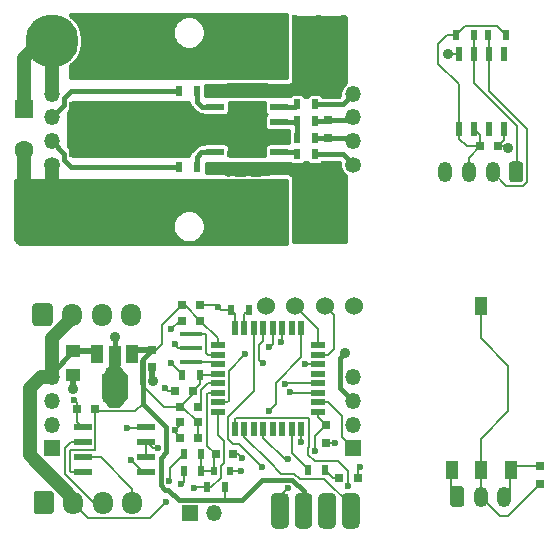
<source format=gtl>
G04 #@! TF.GenerationSoftware,KiCad,Pcbnew,(5.1.9)-1*
G04 #@! TF.CreationDate,2021-05-05T15:37:49+09:00*
G04 #@! TF.ProjectId,FreeServoProject,46726565-5365-4727-966f-50726f6a6563,rev?*
G04 #@! TF.SameCoordinates,Original*
G04 #@! TF.FileFunction,Copper,L1,Top*
G04 #@! TF.FilePolarity,Positive*
%FSLAX46Y46*%
G04 Gerber Fmt 4.6, Leading zero omitted, Abs format (unit mm)*
G04 Created by KiCad (PCBNEW (5.1.9)-1) date 2021-05-05 15:37:49*
%MOMM*%
%LPD*%
G01*
G04 APERTURE LIST*
G04 #@! TA.AperFunction,ComponentPad*
%ADD10O,1.200000X1.750000*%
G04 #@! TD*
G04 #@! TA.AperFunction,SMDPad,CuDef*
%ADD11R,1.900000X0.400000*%
G04 #@! TD*
G04 #@! TA.AperFunction,ComponentPad*
%ADD12O,1.700000X1.950000*%
G04 #@! TD*
G04 #@! TA.AperFunction,ComponentPad*
%ADD13R,1.350000X1.350000*%
G04 #@! TD*
G04 #@! TA.AperFunction,ComponentPad*
%ADD14O,1.350000X1.350000*%
G04 #@! TD*
G04 #@! TA.AperFunction,ComponentPad*
%ADD15C,1.350000*%
G04 #@! TD*
G04 #@! TA.AperFunction,ComponentPad*
%ADD16R,1.600000X1.600000*%
G04 #@! TD*
G04 #@! TA.AperFunction,ComponentPad*
%ADD17C,1.600000*%
G04 #@! TD*
G04 #@! TA.AperFunction,SMDPad,CuDef*
%ADD18R,2.500000X1.000000*%
G04 #@! TD*
G04 #@! TA.AperFunction,ComponentPad*
%ADD19C,4.500880*%
G04 #@! TD*
G04 #@! TA.AperFunction,SMDPad,CuDef*
%ADD20R,1.250000X1.000000*%
G04 #@! TD*
G04 #@! TA.AperFunction,SMDPad,CuDef*
%ADD21R,0.750000X0.800000*%
G04 #@! TD*
G04 #@! TA.AperFunction,SMDPad,CuDef*
%ADD22R,0.800000X0.750000*%
G04 #@! TD*
G04 #@! TA.AperFunction,SMDPad,CuDef*
%ADD23R,0.800000X0.800000*%
G04 #@! TD*
G04 #@! TA.AperFunction,SMDPad,CuDef*
%ADD24R,0.600000X0.700000*%
G04 #@! TD*
G04 #@! TA.AperFunction,ComponentPad*
%ADD25C,1.524000*%
G04 #@! TD*
G04 #@! TA.AperFunction,SMDPad,CuDef*
%ADD26R,0.500000X0.900000*%
G04 #@! TD*
G04 #@! TA.AperFunction,SMDPad,CuDef*
%ADD27R,1.000000X1.500000*%
G04 #@! TD*
G04 #@! TA.AperFunction,SMDPad,CuDef*
%ADD28C,0.152400*%
G04 #@! TD*
G04 #@! TA.AperFunction,SMDPad,CuDef*
%ADD29R,2.200000X1.840000*%
G04 #@! TD*
G04 #@! TA.AperFunction,SMDPad,CuDef*
%ADD30R,1.000000X1.800000*%
G04 #@! TD*
G04 #@! TA.AperFunction,SMDPad,CuDef*
%ADD31R,0.600000X1.200000*%
G04 #@! TD*
G04 #@! TA.AperFunction,SMDPad,CuDef*
%ADD32R,1.200000X0.600000*%
G04 #@! TD*
G04 #@! TA.AperFunction,SMDPad,CuDef*
%ADD33R,1.500000X0.600000*%
G04 #@! TD*
G04 #@! TA.AperFunction,SMDPad,CuDef*
%ADD34R,1.550000X0.600000*%
G04 #@! TD*
G04 #@! TA.AperFunction,SMDPad,CuDef*
%ADD35R,0.508000X1.143000*%
G04 #@! TD*
G04 #@! TA.AperFunction,ViaPad*
%ADD36C,0.600000*%
G04 #@! TD*
G04 #@! TA.AperFunction,ViaPad*
%ADD37C,0.900000*%
G04 #@! TD*
G04 #@! TA.AperFunction,Conductor*
%ADD38C,0.200000*%
G04 #@! TD*
G04 #@! TA.AperFunction,Conductor*
%ADD39C,0.400000*%
G04 #@! TD*
G04 #@! TA.AperFunction,Conductor*
%ADD40C,1.200000*%
G04 #@! TD*
G04 #@! TA.AperFunction,Conductor*
%ADD41C,0.500000*%
G04 #@! TD*
G04 #@! TA.AperFunction,Conductor*
%ADD42C,0.254000*%
G04 #@! TD*
G04 #@! TA.AperFunction,Conductor*
%ADD43C,0.152400*%
G04 #@! TD*
G04 APERTURE END LIST*
D10*
X151700000Y-69600000D03*
X153700000Y-69600000D03*
X155700000Y-69600000D03*
G04 #@! TA.AperFunction,ComponentPad*
G36*
G01*
X158300000Y-68974999D02*
X158300000Y-70225001D01*
G75*
G02*
X158050001Y-70475000I-249999J0D01*
G01*
X157349999Y-70475000D01*
G75*
G02*
X157100000Y-70225001I0J249999D01*
G01*
X157100000Y-68974999D01*
G75*
G02*
X157349999Y-68725000I249999J0D01*
G01*
X158050001Y-68725000D01*
G75*
G02*
X158300000Y-68974999I0J-249999D01*
G01*
G37*
G04 #@! TD.AperFunction*
X156700000Y-97100000D03*
X154700000Y-97100000D03*
G04 #@! TA.AperFunction,ComponentPad*
G36*
G01*
X152100000Y-97725001D02*
X152100000Y-96474999D01*
G75*
G02*
X152349999Y-96225000I249999J0D01*
G01*
X153050001Y-96225000D01*
G75*
G02*
X153300000Y-96474999I0J-249999D01*
G01*
X153300000Y-97725001D01*
G75*
G02*
X153050001Y-97975000I-249999J0D01*
G01*
X152349999Y-97975000D01*
G75*
G02*
X152100000Y-97725001I0J249999D01*
G01*
G37*
G04 #@! TD.AperFunction*
G04 #@! TA.AperFunction,SMDPad,CuDef*
G36*
G01*
X142950000Y-99425000D02*
X142950000Y-97175000D01*
G75*
G02*
X143325000Y-96800000I375000J0D01*
G01*
X144075000Y-96800000D01*
G75*
G02*
X144450000Y-97175000I0J-375000D01*
G01*
X144450000Y-99425000D01*
G75*
G02*
X144075000Y-99800000I-375000J0D01*
G01*
X143325000Y-99800000D01*
G75*
G02*
X142950000Y-99425000I0J375000D01*
G01*
G37*
G04 #@! TD.AperFunction*
G04 #@! TA.AperFunction,SMDPad,CuDef*
G36*
G01*
X140950000Y-99425000D02*
X140950000Y-97175000D01*
G75*
G02*
X141325000Y-96800000I375000J0D01*
G01*
X142075000Y-96800000D01*
G75*
G02*
X142450000Y-97175000I0J-375000D01*
G01*
X142450000Y-99425000D01*
G75*
G02*
X142075000Y-99800000I-375000J0D01*
G01*
X141325000Y-99800000D01*
G75*
G02*
X140950000Y-99425000I0J375000D01*
G01*
G37*
G04 #@! TD.AperFunction*
G04 #@! TA.AperFunction,SMDPad,CuDef*
G36*
G01*
X138950000Y-99425000D02*
X138950000Y-97175000D01*
G75*
G02*
X139325000Y-96800000I375000J0D01*
G01*
X140075000Y-96800000D01*
G75*
G02*
X140450000Y-97175000I0J-375000D01*
G01*
X140450000Y-99425000D01*
G75*
G02*
X140075000Y-99800000I-375000J0D01*
G01*
X139325000Y-99800000D01*
G75*
G02*
X138950000Y-99425000I0J375000D01*
G01*
G37*
G04 #@! TD.AperFunction*
G04 #@! TA.AperFunction,SMDPad,CuDef*
G36*
G01*
X136950000Y-99425000D02*
X136950000Y-97175000D01*
G75*
G02*
X137325000Y-96800000I375000J0D01*
G01*
X138075000Y-96800000D01*
G75*
G02*
X138450000Y-97175000I0J-375000D01*
G01*
X138450000Y-99425000D01*
G75*
G02*
X138075000Y-99800000I-375000J0D01*
G01*
X137325000Y-99800000D01*
G75*
G02*
X136950000Y-99425000I0J375000D01*
G01*
G37*
G04 #@! TD.AperFunction*
D11*
X130200000Y-83300000D03*
X130200000Y-84500000D03*
X130200000Y-85700000D03*
D12*
X125100000Y-81700000D03*
X122600000Y-81700000D03*
X120100000Y-81700000D03*
G04 #@! TA.AperFunction,ComponentPad*
G36*
G01*
X116750000Y-82425000D02*
X116750000Y-80975000D01*
G75*
G02*
X117000000Y-80725000I250000J0D01*
G01*
X118200000Y-80725000D01*
G75*
G02*
X118450000Y-80975000I0J-250000D01*
G01*
X118450000Y-82425000D01*
G75*
G02*
X118200000Y-82675000I-250000J0D01*
G01*
X117000000Y-82675000D01*
G75*
G02*
X116750000Y-82425000I0J250000D01*
G01*
G37*
G04 #@! TD.AperFunction*
D13*
X143900000Y-93000000D03*
D14*
X143900000Y-91000000D03*
X143900000Y-89000000D03*
X143900000Y-87000000D03*
D13*
X118400000Y-93000000D03*
D14*
X118400000Y-91000000D03*
X118400000Y-89000000D03*
X118400000Y-87000000D03*
D15*
X143900000Y-69000000D03*
D14*
X143900000Y-67000000D03*
X143900000Y-65000000D03*
X143900000Y-63000000D03*
D15*
X118400000Y-69000000D03*
D14*
X118400000Y-67000000D03*
X118400000Y-65000000D03*
X118400000Y-63000000D03*
D16*
X116000000Y-64250000D03*
D17*
X116000000Y-67750000D03*
D18*
X124100000Y-67800000D03*
X124100000Y-70800000D03*
D19*
X118400000Y-73500000D03*
X118400000Y-58500000D03*
X141000000Y-72300000D03*
X141000000Y-59700000D03*
D13*
X130100000Y-98500000D03*
D14*
X132100000Y-98500000D03*
D20*
X120200000Y-84800000D03*
X120200000Y-86800000D03*
D18*
X121100000Y-67800000D03*
X121100000Y-70800000D03*
X127100000Y-67800000D03*
X127100000Y-70800000D03*
X121100000Y-64200000D03*
X121100000Y-61200000D03*
X124100000Y-64200000D03*
X124100000Y-61200000D03*
X127100000Y-64200000D03*
X127100000Y-61200000D03*
D21*
X126900000Y-84650000D03*
X126900000Y-86150000D03*
D22*
X129450000Y-80900000D03*
X130950000Y-80900000D03*
X130950000Y-82200000D03*
X129450000Y-82200000D03*
D21*
X141600000Y-92550000D03*
X141600000Y-91050000D03*
D22*
X130750000Y-90800000D03*
X129250000Y-90800000D03*
X130750000Y-92100000D03*
X129250000Y-92100000D03*
X128850000Y-88200000D03*
X130350000Y-88200000D03*
X132250000Y-93500000D03*
X133750000Y-93500000D03*
D21*
X141800000Y-66750000D03*
X141800000Y-65250000D03*
D22*
X120550000Y-89700000D03*
X122050000Y-89700000D03*
X156150000Y-67450000D03*
X154650000Y-67450000D03*
D21*
X159700000Y-94550000D03*
X159700000Y-96050000D03*
D23*
X144300000Y-95500000D03*
X142700000Y-95500000D03*
D24*
X132100000Y-94900000D03*
X133500000Y-94900000D03*
D22*
X130750000Y-89500000D03*
X129250000Y-89500000D03*
D25*
X144000000Y-81000000D03*
X141500000Y-81000000D03*
X139000000Y-81000000D03*
X136500000Y-81000000D03*
G04 #@! TA.AperFunction,ComponentPad*
G36*
G01*
X116850000Y-98325000D02*
X116850000Y-96875000D01*
G75*
G02*
X117100000Y-96625000I250000J0D01*
G01*
X118300000Y-96625000D01*
G75*
G02*
X118550000Y-96875000I0J-250000D01*
G01*
X118550000Y-98325000D01*
G75*
G02*
X118300000Y-98575000I-250000J0D01*
G01*
X117100000Y-98575000D01*
G75*
G02*
X116850000Y-98325000I0J250000D01*
G01*
G37*
G04 #@! TD.AperFunction*
D12*
X120200000Y-97600000D03*
X122700000Y-97600000D03*
X125200000Y-97600000D03*
D26*
X133550000Y-81300000D03*
X135050000Y-81300000D03*
X141550000Y-94850000D03*
X140050000Y-94850000D03*
X129550000Y-93500000D03*
X131050000Y-93500000D03*
X131050000Y-94900000D03*
X129550000Y-94900000D03*
X130650000Y-62800000D03*
X129150000Y-62800000D03*
X140650000Y-63900000D03*
X139150000Y-63900000D03*
X140650000Y-66700000D03*
X139150000Y-66700000D03*
X140650000Y-65300000D03*
X139150000Y-65300000D03*
X129150000Y-69200000D03*
X130650000Y-69200000D03*
X139150000Y-68100000D03*
X140650000Y-68100000D03*
X133050000Y-96300000D03*
X131550000Y-96300000D03*
X155350000Y-58000000D03*
X156850000Y-58000000D03*
X152600000Y-58000000D03*
X154100000Y-58000000D03*
D27*
X152250000Y-94850000D03*
X154750000Y-94850000D03*
X157250000Y-94850000D03*
X154750000Y-80950000D03*
G04 #@! TA.AperFunction,SMDPad,CuDef*
D28*
G36*
X122600000Y-86923800D02*
G01*
X123300000Y-85923800D01*
X124100000Y-85923800D01*
X124800000Y-86923800D01*
X122600000Y-86923800D01*
G37*
G04 #@! TD.AperFunction*
D29*
X123700000Y-87833500D03*
D27*
X122200000Y-85020000D03*
D30*
X123700000Y-85166500D03*
D27*
X125200000Y-85020000D03*
G04 #@! TA.AperFunction,SMDPad,CuDef*
D28*
G36*
X124800000Y-88742000D02*
G01*
X124200000Y-89592000D01*
X123200000Y-89592000D01*
X122600000Y-88742000D01*
X124800000Y-88742000D01*
G37*
G04 #@! TD.AperFunction*
D31*
X133900000Y-82850000D03*
X134700000Y-82850000D03*
X135500000Y-82850000D03*
X136300000Y-82850000D03*
X137100000Y-82850000D03*
X137900000Y-82850000D03*
X138700000Y-82850000D03*
X139500000Y-82850000D03*
D32*
X140950000Y-84300000D03*
X140950000Y-85100000D03*
X140950000Y-85900000D03*
X140950000Y-86700000D03*
X140950000Y-87500000D03*
X140950000Y-88300000D03*
X140950000Y-89100000D03*
X140950000Y-89900000D03*
D31*
X139500000Y-91350000D03*
X138700000Y-91350000D03*
X137900000Y-91350000D03*
X137100000Y-91350000D03*
X136300000Y-91350000D03*
X135500000Y-91350000D03*
X134700000Y-91350000D03*
X133900000Y-91350000D03*
D32*
X132450000Y-89900000D03*
X132450000Y-89100000D03*
X132450000Y-88300000D03*
X132450000Y-87500000D03*
X132450000Y-86700000D03*
X132450000Y-85900000D03*
X132450000Y-85100000D03*
X132450000Y-84300000D03*
D33*
X137600000Y-61555000D03*
X137600000Y-62825000D03*
X137600000Y-64095000D03*
X137600000Y-65365000D03*
X137600000Y-66635000D03*
X137600000Y-67905000D03*
X137600000Y-69175000D03*
X137600000Y-70445000D03*
X132200000Y-70445000D03*
X132200000Y-69175000D03*
X132200000Y-67905000D03*
X132200000Y-66635000D03*
X132200000Y-65365000D03*
X132200000Y-64095000D03*
X132200000Y-62825000D03*
X132200000Y-61555000D03*
D34*
X121000000Y-95005000D03*
X121000000Y-93735000D03*
X121000000Y-92465000D03*
X121000000Y-91195000D03*
X126400000Y-91195000D03*
X126400000Y-92465000D03*
X126400000Y-93735000D03*
X126400000Y-95005000D03*
D35*
X152845000Y-65975000D03*
X154115000Y-65975000D03*
X155385000Y-65975000D03*
X156655000Y-65975000D03*
X156655000Y-59625000D03*
X155385000Y-59625000D03*
X154115000Y-59625000D03*
X152845000Y-59625000D03*
D26*
X130950000Y-86800000D03*
X129450000Y-86800000D03*
D36*
X128500000Y-85800000D03*
X124150000Y-86500000D03*
X123250000Y-86500000D03*
X122900000Y-87000000D03*
X124500000Y-87000000D03*
X124400000Y-88800000D03*
X123000000Y-88800000D03*
X124000000Y-89250000D03*
X123400000Y-89250000D03*
D37*
X141700000Y-99200000D03*
X141700000Y-97300000D03*
X141700000Y-98250000D03*
D36*
X133500000Y-61500000D03*
X134900000Y-61500000D03*
X136200000Y-61500000D03*
X133500000Y-60500000D03*
X134900000Y-60500000D03*
X136300000Y-60500000D03*
X138100000Y-60500000D03*
X131500000Y-60500000D03*
X133600000Y-70500000D03*
X135000000Y-70500000D03*
X136300000Y-70500000D03*
X131600000Y-71400000D03*
X133600000Y-71400000D03*
X135000000Y-71400000D03*
X136300000Y-71400000D03*
X138100000Y-71400000D03*
X124400000Y-60200000D03*
X125100000Y-60200000D03*
X125800000Y-60200000D03*
X126500000Y-60200000D03*
X127200000Y-60200000D03*
X127900000Y-60200000D03*
X128600000Y-60200000D03*
X129300000Y-60200000D03*
X138100000Y-56550000D03*
X138100000Y-75450000D03*
X124400000Y-56550000D03*
X128800000Y-84200000D03*
D37*
X120200000Y-88000000D03*
D36*
X134400000Y-94900000D03*
X144475000Y-94600000D03*
X120250000Y-88900000D03*
X128500000Y-82950000D03*
X127950000Y-87900000D03*
X142350000Y-92550000D03*
X129332085Y-96040395D03*
D37*
X123700000Y-83600000D03*
D36*
X132417473Y-81033983D03*
X134494535Y-93805465D03*
D37*
X126950010Y-87337254D03*
D36*
X139524986Y-92458037D03*
D37*
X143250000Y-84950000D03*
X151950000Y-59600000D03*
X157050000Y-67550000D03*
D36*
X128791568Y-91466927D03*
X134750000Y-85050000D03*
X143500001Y-96200002D03*
X138350000Y-93950000D03*
X138372303Y-96352530D03*
X133600000Y-69700000D03*
X133600000Y-69000000D03*
X135000000Y-69000000D03*
X135000000Y-69700000D03*
X136300000Y-69700000D03*
X136300000Y-69000000D03*
X139000000Y-75400000D03*
X141200000Y-75400000D03*
X143100000Y-75400000D03*
X133500000Y-62300000D03*
X133500000Y-63000000D03*
X134900000Y-63000000D03*
X134900000Y-62300000D03*
X136200000Y-62300000D03*
X136200000Y-63000000D03*
X139000000Y-56600000D03*
X143100000Y-56600000D03*
X141000000Y-56600000D03*
X137800000Y-84000000D03*
X136801657Y-84449990D03*
X136261225Y-85798756D03*
X130400000Y-96350000D03*
X136149998Y-94604317D03*
X136800000Y-89849981D03*
X139797512Y-85851032D03*
X127391557Y-92999979D03*
X124750000Y-91250000D03*
X138099272Y-87549272D03*
X125100000Y-94000000D03*
X138518781Y-88230471D03*
D37*
X139700000Y-99250000D03*
X139700000Y-98300000D03*
X139700000Y-97350000D03*
D36*
X140700000Y-93250000D03*
X136200000Y-68100000D03*
X133500000Y-68100000D03*
X136200000Y-64900000D03*
X133500000Y-64900000D03*
X133500000Y-67000000D03*
X136200000Y-67000000D03*
X136200000Y-66000000D03*
X133500000Y-66000000D03*
X134900000Y-64900000D03*
X134900000Y-66000000D03*
X134900000Y-67000000D03*
X134900000Y-68100000D03*
X130900000Y-64900000D03*
X130900000Y-65900000D03*
X130900000Y-67000000D03*
X129300000Y-67000000D03*
X129300000Y-65900000D03*
X129300000Y-64900000D03*
X119900000Y-65300000D03*
X120600000Y-65300000D03*
X121300000Y-65300000D03*
X122000000Y-65300000D03*
X119900000Y-66700000D03*
X120600000Y-66700000D03*
X121300000Y-66700000D03*
X122000000Y-66700000D03*
X119900000Y-66000000D03*
X120600000Y-66000000D03*
X121300000Y-66000000D03*
X122000000Y-66000000D03*
X122700000Y-66700000D03*
X122700000Y-66000000D03*
X122700000Y-65300000D03*
X123400000Y-65300000D03*
X123400000Y-66000000D03*
X123400000Y-66700000D03*
X128300000Y-95800000D03*
X128050000Y-97550000D03*
D38*
X129450000Y-86750000D02*
X128500000Y-85800000D01*
X129450000Y-86800000D02*
X129450000Y-86750000D01*
D39*
X117300000Y-73000000D02*
X116800000Y-73500000D01*
X143500000Y-65250000D02*
X144000000Y-64750000D01*
X141750000Y-65300000D02*
X141800000Y-65250000D01*
X140650000Y-65300000D02*
X141750000Y-65300000D01*
X143650000Y-65250000D02*
X143900000Y-65000000D01*
X141800000Y-65250000D02*
X143650000Y-65250000D01*
D40*
X116000000Y-67750000D02*
X116000000Y-70300000D01*
X118400000Y-69000000D02*
X118400000Y-70300000D01*
D38*
X129100000Y-84500000D02*
X128800000Y-84200000D01*
X130200000Y-84500000D02*
X129100000Y-84500000D01*
X133900000Y-81650000D02*
X133550000Y-81300000D01*
X133900000Y-82850000D02*
X133900000Y-81650000D01*
X126900000Y-87200000D02*
X126900000Y-87200000D01*
D41*
X120200000Y-86800000D02*
X120200000Y-88000000D01*
D38*
X133500000Y-94900000D02*
X134400000Y-94900000D01*
X134400000Y-94900000D02*
X134400000Y-94900000D01*
X144300000Y-94775000D02*
X144475000Y-94600000D01*
X144300000Y-95500000D02*
X144300000Y-94775000D01*
X120550000Y-90745000D02*
X121000000Y-91195000D01*
X120550000Y-89700000D02*
X120550000Y-90745000D01*
X120550000Y-89200000D02*
X120250000Y-88900000D01*
X120550000Y-89700000D02*
X120550000Y-89200000D01*
X129250000Y-82200000D02*
X128500000Y-82950000D01*
X129450000Y-82200000D02*
X129250000Y-82200000D01*
X128850000Y-88200000D02*
X128250000Y-88200000D01*
X128250000Y-88200000D02*
X127950000Y-87900000D01*
X129099259Y-92100000D02*
X128950010Y-91950751D01*
X129250000Y-92100000D02*
X129099259Y-92100000D01*
X141525009Y-92475009D02*
X141525009Y-92410323D01*
X141600000Y-92550000D02*
X142350000Y-92550000D01*
X129550000Y-95822480D02*
X129332085Y-96040395D01*
X129550000Y-94900000D02*
X129550000Y-95822480D01*
D39*
X123700000Y-85166500D02*
X123700000Y-83600000D01*
X123700000Y-89167000D02*
X123700000Y-87833500D01*
D38*
X132283490Y-80900000D02*
X132417473Y-81033983D01*
X133550000Y-81300000D02*
X132683490Y-81300000D01*
X132683490Y-81300000D02*
X132417473Y-81033983D01*
X130950000Y-80900000D02*
X132283490Y-80900000D01*
X134189070Y-93500000D02*
X134494535Y-93805465D01*
X133750000Y-93500000D02*
X134189070Y-93500000D01*
D41*
X126900000Y-86150000D02*
X126900000Y-87287244D01*
X126900000Y-87287244D02*
X126950010Y-87337254D01*
D38*
X126800000Y-87300000D02*
X126912756Y-87300000D01*
X126912756Y-87300000D02*
X126950010Y-87337254D01*
X139500000Y-92433051D02*
X139524986Y-92458037D01*
X139500000Y-91350000D02*
X139500000Y-92433051D01*
D39*
X142824999Y-85375001D02*
X143250000Y-84950000D01*
X142824999Y-87924999D02*
X142824999Y-85375001D01*
X143900000Y-89000000D02*
X142824999Y-87924999D01*
D38*
X156655000Y-66945000D02*
X156150000Y-67450000D01*
X156655000Y-65975000D02*
X156655000Y-66945000D01*
X151975000Y-59625000D02*
X151950000Y-59600000D01*
X152845000Y-59625000D02*
X151975000Y-59625000D01*
X156950000Y-67450000D02*
X157050000Y-67550000D01*
X156150000Y-67450000D02*
X156950000Y-67450000D01*
X157200000Y-96600000D02*
X156700000Y-97100000D01*
X157200000Y-94800000D02*
X157200000Y-96600000D01*
X157450000Y-94550000D02*
X157200000Y-94800000D01*
X159700000Y-94550000D02*
X157450000Y-94550000D01*
X128791568Y-91641568D02*
X128791568Y-91466927D01*
X129250000Y-92100000D02*
X128791568Y-91641568D01*
X129250000Y-91008495D02*
X128791568Y-91466927D01*
X129250000Y-90800000D02*
X129250000Y-91008495D01*
X131549999Y-92799999D02*
X132250000Y-93500000D01*
X131549999Y-88400001D02*
X131549999Y-92799999D01*
X131650000Y-88300000D02*
X131549999Y-88400001D01*
X132450000Y-88300000D02*
X131650000Y-88300000D01*
X132100000Y-93650000D02*
X132250000Y-93500000D01*
X132100000Y-94900000D02*
X132100000Y-93650000D01*
X131050000Y-93500000D02*
X131050000Y-94900000D01*
X131050000Y-94900000D02*
X132100000Y-94900000D01*
D39*
X143500000Y-66750000D02*
X144000000Y-67250000D01*
X141750000Y-66700000D02*
X141800000Y-66750000D01*
X140650000Y-66700000D02*
X141750000Y-66700000D01*
X143650000Y-66750000D02*
X143900000Y-67000000D01*
X141800000Y-66750000D02*
X143650000Y-66750000D01*
D38*
X133250000Y-89100000D02*
X132450000Y-89100000D01*
X133250000Y-89100000D02*
X133350000Y-89000000D01*
X133350000Y-86450000D02*
X134750000Y-85050000D01*
X133350000Y-89000000D02*
X133350000Y-86450000D01*
X143500001Y-94959999D02*
X143500001Y-96200002D01*
X140040002Y-90450000D02*
X140149998Y-90559996D01*
X142640001Y-94099999D02*
X143500001Y-94959999D01*
X133900000Y-90550000D02*
X134000001Y-90449999D01*
X140099998Y-92911998D02*
X140099998Y-93538002D01*
X140149998Y-92861998D02*
X140099998Y-92911998D01*
X140149998Y-90559996D02*
X140149998Y-92861998D01*
X140661995Y-94099999D02*
X142640001Y-94099999D01*
X134000001Y-90449999D02*
X140040002Y-90450000D01*
X133900000Y-91350000D02*
X133900000Y-90550000D01*
X140099998Y-93538002D02*
X140661995Y-94099999D01*
X159700000Y-96050000D02*
X157000000Y-98750000D01*
X156350000Y-98750000D02*
X154700000Y-97100000D01*
X157000000Y-98750000D02*
X156350000Y-98750000D01*
X154700000Y-83695998D02*
X154700000Y-80900000D01*
X157050001Y-86045999D02*
X154700000Y-83695998D01*
X157050001Y-89865997D02*
X157050001Y-86045999D01*
X154700000Y-92215998D02*
X157050001Y-89865997D01*
X154700000Y-97100000D02*
X154700000Y-92215998D01*
X142200000Y-95500000D02*
X141550000Y-94850000D01*
X142700000Y-95500000D02*
X142200000Y-95500000D01*
X131050001Y-88099999D02*
X131650000Y-87500000D01*
X131050001Y-89199999D02*
X131050001Y-88099999D01*
X131650000Y-87500000D02*
X132450000Y-87500000D01*
X130750000Y-89500000D02*
X131050001Y-89199999D01*
X142261999Y-84588001D02*
X141750000Y-85100000D01*
X142261999Y-81761999D02*
X142261999Y-84588001D01*
X141750000Y-85100000D02*
X140950000Y-85100000D01*
X141500000Y-81000000D02*
X142261999Y-81761999D01*
X140950000Y-82950000D02*
X140950000Y-84300000D01*
X139000000Y-81000000D02*
X140950000Y-82950000D01*
X120025000Y-92465000D02*
X121000000Y-92465000D01*
X119524988Y-95144990D02*
X119524988Y-92965012D01*
X122700000Y-97600000D02*
X121979998Y-97600000D01*
X119524988Y-92965012D02*
X120025000Y-92465000D01*
X121979998Y-97600000D02*
X119524988Y-95144990D01*
X125200000Y-96425000D02*
X122525000Y-93750000D01*
X125200000Y-97600000D02*
X125200000Y-96425000D01*
X121015000Y-93750000D02*
X121000000Y-93735000D01*
X122525000Y-93750000D02*
X121015000Y-93750000D01*
X143700000Y-97845390D02*
X141454611Y-95600001D01*
X138915416Y-95152517D02*
X137823336Y-95152517D01*
X134700000Y-91350000D02*
X134700000Y-92029181D01*
X134700000Y-92029181D02*
X136771942Y-94101123D01*
X137823336Y-95152517D02*
X136771942Y-94101123D01*
X139362900Y-95600001D02*
X138915416Y-95152517D01*
X141454611Y-95600001D02*
X139362900Y-95600001D01*
X143700000Y-98300000D02*
X143700000Y-97845390D01*
X137700000Y-97268409D02*
X137700000Y-98300000D01*
X137700000Y-98300000D02*
X137700000Y-97024833D01*
X138100000Y-93950000D02*
X138350000Y-93950000D01*
X136300000Y-92150000D02*
X138100000Y-93950000D01*
X136300000Y-91350000D02*
X136300000Y-92150000D01*
X137700000Y-97024833D02*
X138372303Y-96352530D01*
X138700000Y-91350000D02*
X138700000Y-93377178D01*
X140050000Y-94727178D02*
X138700000Y-93377178D01*
X140050000Y-94850000D02*
X140050000Y-94727178D01*
D39*
X131095000Y-64095000D02*
X132200000Y-64095000D01*
X130650000Y-63650000D02*
X131095000Y-64095000D01*
X130650000Y-62800000D02*
X130650000Y-63650000D01*
X120029998Y-62800000D02*
X129150000Y-62800000D01*
X119449999Y-63379999D02*
X120029998Y-62800000D01*
X119449999Y-63950001D02*
X119449999Y-63379999D01*
X118400000Y-65000000D02*
X119449999Y-63950001D01*
D38*
X137900000Y-83900000D02*
X137800000Y-84000000D01*
X137900000Y-82850000D02*
X137900000Y-83900000D01*
D39*
X143000000Y-63900000D02*
X143900000Y-63000000D01*
X140650000Y-63900000D02*
X143000000Y-63900000D01*
D38*
X136681527Y-84627589D02*
X136681527Y-84627589D01*
X137100000Y-84151647D02*
X136801657Y-84449990D01*
X137100000Y-82850000D02*
X137100000Y-84151647D01*
D39*
X138955000Y-64095000D02*
X139150000Y-63900000D01*
X137600000Y-64095000D02*
X138955000Y-64095000D01*
X139085000Y-65365000D02*
X139150000Y-65300000D01*
X137600000Y-65365000D02*
X139085000Y-65365000D01*
X139150000Y-65300000D02*
X139150000Y-66700000D01*
X118400000Y-67000000D02*
X118400000Y-67408998D01*
X120029998Y-69200000D02*
X129150000Y-69200000D01*
X119449999Y-68620001D02*
X120029998Y-69200000D01*
X119449999Y-68049999D02*
X119449999Y-68620001D01*
X118400000Y-67000000D02*
X119449999Y-68049999D01*
D38*
X136063740Y-85567429D02*
X136063740Y-85567429D01*
X136300000Y-83899114D02*
X135961226Y-84237888D01*
X136300000Y-82850000D02*
X136300000Y-83899114D01*
X135961226Y-84237888D02*
X135961226Y-85498757D01*
X135961226Y-85498757D02*
X136261225Y-85798756D01*
D39*
X130650000Y-68305000D02*
X130650000Y-69200000D01*
X131050000Y-67905000D02*
X130650000Y-68305000D01*
X132200000Y-67905000D02*
X131050000Y-67905000D01*
X138955000Y-67905000D02*
X139150000Y-68100000D01*
X137600000Y-67905000D02*
X138955000Y-67905000D01*
X143000000Y-68100000D02*
X143900000Y-69000000D01*
X140650000Y-68100000D02*
X143000000Y-68100000D01*
D38*
X142924999Y-92024999D02*
X143900000Y-93000000D01*
X142924999Y-90274999D02*
X142924999Y-92024999D01*
X141750000Y-89100000D02*
X142924999Y-90274999D01*
X140950000Y-89100000D02*
X141750000Y-89100000D01*
X131890002Y-96300000D02*
X131550000Y-96300000D01*
X132700001Y-95490001D02*
X131890002Y-96300000D01*
X132700001Y-94509997D02*
X132700001Y-95490001D01*
X132450000Y-89900000D02*
X132450000Y-91905702D01*
X132950001Y-94259997D02*
X132700001Y-94509997D01*
X132950001Y-92405703D02*
X132950001Y-94259997D01*
X132450000Y-91905702D02*
X132950001Y-92405703D01*
X130450000Y-96300000D02*
X130400000Y-96350000D01*
X131550000Y-96300000D02*
X130450000Y-96300000D01*
X133299999Y-90385337D02*
X133299999Y-92190001D01*
X135500000Y-82850000D02*
X135500000Y-88185336D01*
X134195693Y-92650012D02*
X136149998Y-94604317D01*
X133760010Y-92650012D02*
X134195693Y-92650012D01*
X133299999Y-92190001D02*
X133760010Y-92650012D01*
X135500000Y-88185336D02*
X133299999Y-90385337D01*
X155385000Y-58035000D02*
X155350000Y-58000000D01*
X155385000Y-59625000D02*
X155385000Y-58035000D01*
X156875010Y-70775010D02*
X155700000Y-69600000D01*
X158277824Y-70775010D02*
X156875010Y-70775010D01*
X158600010Y-70452824D02*
X158277824Y-70775010D01*
X158600010Y-65988808D02*
X158600010Y-70452824D01*
X155385000Y-62773798D02*
X158600010Y-65988808D01*
X155385000Y-59625000D02*
X155385000Y-62773798D01*
X154115000Y-58015000D02*
X154100000Y-58000000D01*
X154115000Y-59625000D02*
X154115000Y-58015000D01*
X154115000Y-59625000D02*
X154115000Y-62069498D01*
X154115000Y-62069498D02*
X157800002Y-65754500D01*
X157800002Y-65754500D02*
X157800002Y-69499998D01*
X157800002Y-69499998D02*
X157700000Y-69600000D01*
X137350010Y-89299971D02*
X136800000Y-89849981D01*
X137350010Y-87449990D02*
X137350010Y-89299971D01*
X139500000Y-85300000D02*
X137350010Y-87449990D01*
X139500000Y-82850000D02*
X139500000Y-85300000D01*
X139650000Y-85700000D02*
X139650000Y-85700000D01*
X126400000Y-92465000D02*
X126400000Y-93735000D01*
X140950000Y-85900000D02*
X139846480Y-85900000D01*
X139846480Y-85900000D02*
X139797512Y-85851032D01*
X126400000Y-92465000D02*
X126934979Y-92999979D01*
X126934979Y-92999979D02*
X127391557Y-92999979D01*
X126345000Y-91250000D02*
X126400000Y-91195000D01*
X124750000Y-91250000D02*
X126345000Y-91250000D01*
X140950000Y-87500000D02*
X138148544Y-87500000D01*
X138148544Y-87500000D02*
X138099272Y-87549272D01*
X126395000Y-95000000D02*
X126400000Y-95005000D01*
X138588310Y-88300000D02*
X138518781Y-88230471D01*
X140950000Y-88300000D02*
X138588310Y-88300000D01*
X126105000Y-95005000D02*
X125100000Y-94000000D01*
X126400000Y-95005000D02*
X126105000Y-95005000D01*
X132250000Y-85700000D02*
X132450000Y-85900000D01*
X130200000Y-85700000D02*
X132250000Y-85700000D01*
X131650000Y-85100000D02*
X132450000Y-85100000D01*
X131450001Y-84900001D02*
X131650000Y-85100000D01*
X131450001Y-83400001D02*
X131450001Y-84900001D01*
X131350000Y-83300000D02*
X131450001Y-83400001D01*
X130200000Y-83300000D02*
X131350000Y-83300000D01*
X139150011Y-97350011D02*
X139700000Y-97900000D01*
X132450000Y-83700000D02*
X132450000Y-84300000D01*
X130950000Y-82200000D02*
X132450000Y-83700000D01*
X132350000Y-86800000D02*
X132450000Y-86700000D01*
X130950000Y-86800000D02*
X132350000Y-86800000D01*
D41*
X125570000Y-84650000D02*
X125200000Y-85020000D01*
X126900000Y-84650000D02*
X125570000Y-84650000D01*
D38*
X129450000Y-89500000D02*
X130750000Y-90800000D01*
X129250000Y-89500000D02*
X129450000Y-89500000D01*
X130750000Y-90800000D02*
X130750000Y-92100000D01*
X140950000Y-90400000D02*
X141600000Y-91050000D01*
X140950000Y-89900000D02*
X140950000Y-90400000D01*
X119924999Y-93194999D02*
X119924999Y-94904999D01*
X122075001Y-93074999D02*
X122015001Y-93134999D01*
X122075001Y-89725001D02*
X122075001Y-93074999D01*
X120025000Y-95005000D02*
X121000000Y-95005000D01*
X122050000Y-89700000D02*
X122075001Y-89725001D01*
X119924999Y-94904999D02*
X120025000Y-95005000D01*
X119984999Y-93134999D02*
X119924999Y-93194999D01*
X122015001Y-93134999D02*
X119984999Y-93134999D01*
X130950000Y-87600000D02*
X130350000Y-88200000D01*
X130950000Y-86800000D02*
X130950000Y-87600000D01*
X130350000Y-88400000D02*
X129250000Y-89500000D01*
X130350000Y-88200000D02*
X130350000Y-88400000D01*
X126900000Y-84650000D02*
X127250000Y-84650000D01*
X127250000Y-84650000D02*
X127750000Y-84150000D01*
X127750000Y-82600000D02*
X129450000Y-80900000D01*
X127750000Y-84150000D02*
X127750000Y-82600000D01*
X129650000Y-80900000D02*
X130950000Y-82200000D01*
X129450000Y-80900000D02*
X129650000Y-80900000D01*
D39*
X139700000Y-98300000D02*
X139700000Y-98300000D01*
X139700000Y-98300000D02*
X139700000Y-97350000D01*
X138708305Y-95652528D02*
X136147472Y-95652528D01*
X139700000Y-97350000D02*
X139700000Y-96644223D01*
X139700000Y-96644223D02*
X138708305Y-95652528D01*
X136147472Y-95652528D02*
X134450000Y-97350000D01*
D38*
X133050000Y-97250000D02*
X133150000Y-97350000D01*
X133050000Y-96300000D02*
X133050000Y-97250000D01*
D39*
X134450000Y-97350000D02*
X133150000Y-97350000D01*
X127963998Y-96500002D02*
X127599998Y-96136002D01*
X133150000Y-97350000D02*
X129113996Y-97350000D01*
X129113996Y-97350000D02*
X128263998Y-96500002D01*
X127599998Y-93832355D02*
X128091558Y-93340795D01*
X127599998Y-96136002D02*
X127599998Y-93832355D01*
X128263998Y-96500002D02*
X127963998Y-96500002D01*
X126900000Y-84650000D02*
X126100000Y-85450000D01*
D38*
X126900000Y-84650000D02*
X125978088Y-85571912D01*
X125978088Y-85571912D02*
X125978088Y-87582731D01*
X125978088Y-87582731D02*
X127895357Y-89500000D01*
X127895357Y-89500000D02*
X129250000Y-89500000D01*
D39*
X126100000Y-85450000D02*
X126100000Y-87499998D01*
X126100000Y-87499998D02*
X126100000Y-89250000D01*
D38*
X125457990Y-89892010D02*
X126100000Y-89250000D01*
X122242010Y-89892010D02*
X125457990Y-89892010D01*
X122050000Y-89700000D02*
X122242010Y-89892010D01*
X140700000Y-91950000D02*
X140700000Y-93250000D01*
X141600000Y-91050000D02*
X140700000Y-91950000D01*
X153700000Y-68400000D02*
X154650000Y-67450000D01*
X153700000Y-69600000D02*
X153700000Y-68400000D01*
X154650000Y-66510000D02*
X154115000Y-65975000D01*
X154650000Y-67450000D02*
X154650000Y-66510000D01*
X152845000Y-65975000D02*
X152845000Y-66795000D01*
X153500000Y-67450000D02*
X154650000Y-67450000D01*
X152845000Y-66795000D02*
X153500000Y-67450000D01*
X152845000Y-65975000D02*
X152845000Y-62195000D01*
X152845000Y-62195000D02*
X151100000Y-60450000D01*
X151100000Y-60450000D02*
X151100000Y-58750000D01*
X151850000Y-58000000D02*
X152600000Y-58000000D01*
X151100000Y-58750000D02*
X151850000Y-58000000D01*
X153350001Y-57249999D02*
X152600000Y-58000000D01*
X156099999Y-57249999D02*
X153350001Y-57249999D01*
X156850000Y-58000000D02*
X156099999Y-57249999D01*
X152200000Y-96600000D02*
X152700000Y-97100000D01*
X152200000Y-94800000D02*
X152200000Y-96600000D01*
D39*
X128091558Y-93340795D02*
X128091558Y-91241558D01*
X127925000Y-91075000D02*
X128091558Y-91241558D01*
X126100000Y-89250000D02*
X127925000Y-91075000D01*
X117300000Y-59000000D02*
X116800000Y-58500000D01*
D40*
X116000000Y-60000000D02*
X117500000Y-58500000D01*
X116000000Y-64250000D02*
X116000000Y-60000000D01*
X118400000Y-59400000D02*
X117500000Y-58500000D01*
X118400000Y-63000000D02*
X118400000Y-59400000D01*
D41*
X121980000Y-84800000D02*
X122200000Y-85020000D01*
X120200000Y-84800000D02*
X121980000Y-84800000D01*
D40*
X120200000Y-97600000D02*
X120200000Y-97290058D01*
D38*
X121475010Y-98875010D02*
X120200000Y-97600000D01*
X129550000Y-93500000D02*
X128400011Y-94649989D01*
D39*
X118400000Y-86600000D02*
X120200000Y-84800000D01*
X118400000Y-87000000D02*
X118400000Y-86600000D01*
D40*
X120100000Y-82009942D02*
X120100000Y-81700000D01*
X118400000Y-83709942D02*
X120100000Y-82009942D01*
X118400000Y-87000000D02*
X118400000Y-83709942D01*
X117445406Y-87000000D02*
X116500000Y-87945406D01*
X118400000Y-87000000D02*
X117445406Y-87000000D01*
X116500000Y-93590058D02*
X120200000Y-97290058D01*
X116500000Y-87945406D02*
X116500000Y-93590058D01*
D38*
X128400011Y-95699989D02*
X128300000Y-95800000D01*
X128400011Y-94649989D02*
X128400011Y-95699989D01*
X126724990Y-98875010D02*
X126175010Y-98875010D01*
X128050000Y-97550000D02*
X126724990Y-98875010D01*
X126175010Y-98875010D02*
X121475010Y-98875010D01*
X135050000Y-81300000D02*
X134700000Y-81650000D01*
X134700000Y-81650000D02*
X134700000Y-82850000D01*
D42*
X138273000Y-61673000D02*
X119927000Y-61673000D01*
X119927000Y-60579552D01*
X120043022Y-60502028D01*
X120402028Y-60143022D01*
X120684098Y-59720876D01*
X120878390Y-59251811D01*
X120977440Y-58753856D01*
X120977440Y-58246144D01*
X120878390Y-57748189D01*
X120844148Y-57665520D01*
X128634607Y-57665520D01*
X128634607Y-57934480D01*
X128687078Y-58198271D01*
X128790004Y-58446756D01*
X128939430Y-58670388D01*
X129129612Y-58860570D01*
X129353244Y-59009996D01*
X129601729Y-59112922D01*
X129865520Y-59165393D01*
X130134480Y-59165393D01*
X130398271Y-59112922D01*
X130646756Y-59009996D01*
X130870388Y-58860570D01*
X131060570Y-58670388D01*
X131209996Y-58446756D01*
X131312922Y-58198271D01*
X131365393Y-57934480D01*
X131365393Y-57665520D01*
X131312922Y-57401729D01*
X131209996Y-57153244D01*
X131060570Y-56929612D01*
X130870388Y-56739430D01*
X130646756Y-56590004D01*
X130398271Y-56487078D01*
X130134480Y-56434607D01*
X129865520Y-56434607D01*
X129601729Y-56487078D01*
X129353244Y-56590004D01*
X129129612Y-56739430D01*
X128939430Y-56929612D01*
X128790004Y-57153244D01*
X128687078Y-57401729D01*
X128634607Y-57665520D01*
X120844148Y-57665520D01*
X120684098Y-57279124D01*
X120402028Y-56856978D01*
X120043022Y-56497972D01*
X119927000Y-56420448D01*
X119927000Y-56252000D01*
X138273000Y-56252000D01*
X138273000Y-61673000D01*
G04 #@! TA.AperFunction,Conductor*
D43*
G36*
X138273000Y-61673000D02*
G01*
X119927000Y-61673000D01*
X119927000Y-60579552D01*
X120043022Y-60502028D01*
X120402028Y-60143022D01*
X120684098Y-59720876D01*
X120878390Y-59251811D01*
X120977440Y-58753856D01*
X120977440Y-58246144D01*
X120878390Y-57748189D01*
X120844148Y-57665520D01*
X128634607Y-57665520D01*
X128634607Y-57934480D01*
X128687078Y-58198271D01*
X128790004Y-58446756D01*
X128939430Y-58670388D01*
X129129612Y-58860570D01*
X129353244Y-59009996D01*
X129601729Y-59112922D01*
X129865520Y-59165393D01*
X130134480Y-59165393D01*
X130398271Y-59112922D01*
X130646756Y-59009996D01*
X130870388Y-58860570D01*
X131060570Y-58670388D01*
X131209996Y-58446756D01*
X131312922Y-58198271D01*
X131365393Y-57934480D01*
X131365393Y-57665520D01*
X131312922Y-57401729D01*
X131209996Y-57153244D01*
X131060570Y-56929612D01*
X130870388Y-56739430D01*
X130646756Y-56590004D01*
X130398271Y-56487078D01*
X130134480Y-56434607D01*
X129865520Y-56434607D01*
X129601729Y-56487078D01*
X129353244Y-56590004D01*
X129129612Y-56739430D01*
X128939430Y-56929612D01*
X128790004Y-57153244D01*
X128687078Y-57401729D01*
X128634607Y-57665520D01*
X120844148Y-57665520D01*
X120684098Y-57279124D01*
X120402028Y-56856978D01*
X120043022Y-56497972D01*
X119927000Y-56420448D01*
X119927000Y-56252000D01*
X138273000Y-56252000D01*
X138273000Y-61673000D01*
G37*
G04 #@! TD.AperFunction*
D42*
X138273000Y-75748000D02*
X116012322Y-75748000D01*
X115854947Y-75732569D01*
X115715420Y-75690443D01*
X115586729Y-75622017D01*
X115473785Y-75529902D01*
X115380883Y-75417603D01*
X115311559Y-75289391D01*
X115268461Y-75150162D01*
X115252000Y-74993550D01*
X115252000Y-74065520D01*
X128634607Y-74065520D01*
X128634607Y-74334480D01*
X128687078Y-74598271D01*
X128790004Y-74846756D01*
X128939430Y-75070388D01*
X129129612Y-75260570D01*
X129353244Y-75409996D01*
X129601729Y-75512922D01*
X129865520Y-75565393D01*
X130134480Y-75565393D01*
X130398271Y-75512922D01*
X130646756Y-75409996D01*
X130870388Y-75260570D01*
X131060570Y-75070388D01*
X131209996Y-74846756D01*
X131312922Y-74598271D01*
X131365393Y-74334480D01*
X131365393Y-74065520D01*
X131312922Y-73801729D01*
X131209996Y-73553244D01*
X131060570Y-73329612D01*
X130870388Y-73139430D01*
X130646756Y-72990004D01*
X130398271Y-72887078D01*
X130134480Y-72834607D01*
X129865520Y-72834607D01*
X129601729Y-72887078D01*
X129353244Y-72990004D01*
X129129612Y-73139430D01*
X128939430Y-73329612D01*
X128790004Y-73553244D01*
X128687078Y-73801729D01*
X128634607Y-74065520D01*
X115252000Y-74065520D01*
X115252000Y-70327000D01*
X138273000Y-70327000D01*
X138273000Y-75748000D01*
G04 #@! TA.AperFunction,Conductor*
D43*
G36*
X138273000Y-75748000D02*
G01*
X116012322Y-75748000D01*
X115854947Y-75732569D01*
X115715420Y-75690443D01*
X115586729Y-75622017D01*
X115473785Y-75529902D01*
X115380883Y-75417603D01*
X115311559Y-75289391D01*
X115268461Y-75150162D01*
X115252000Y-74993550D01*
X115252000Y-74065520D01*
X128634607Y-74065520D01*
X128634607Y-74334480D01*
X128687078Y-74598271D01*
X128790004Y-74846756D01*
X128939430Y-75070388D01*
X129129612Y-75260570D01*
X129353244Y-75409996D01*
X129601729Y-75512922D01*
X129865520Y-75565393D01*
X130134480Y-75565393D01*
X130398271Y-75512922D01*
X130646756Y-75409996D01*
X130870388Y-75260570D01*
X131060570Y-75070388D01*
X131209996Y-74846756D01*
X131312922Y-74598271D01*
X131365393Y-74334480D01*
X131365393Y-74065520D01*
X131312922Y-73801729D01*
X131209996Y-73553244D01*
X131060570Y-73329612D01*
X130870388Y-73139430D01*
X130646756Y-72990004D01*
X130398271Y-72887078D01*
X130134480Y-72834607D01*
X129865520Y-72834607D01*
X129601729Y-72887078D01*
X129353244Y-72990004D01*
X129129612Y-73139430D01*
X128939430Y-73329612D01*
X128790004Y-73553244D01*
X128687078Y-73801729D01*
X128634607Y-74065520D01*
X115252000Y-74065520D01*
X115252000Y-70327000D01*
X138273000Y-70327000D01*
X138273000Y-75748000D01*
G37*
G04 #@! TD.AperFunction*
D42*
X143273000Y-62093584D02*
X143197516Y-62144021D01*
X143044021Y-62297516D01*
X142923420Y-62478007D01*
X142840349Y-62678558D01*
X142798000Y-62891462D01*
X142798000Y-63108538D01*
X142815711Y-63197578D01*
X142740289Y-63273000D01*
X141289561Y-63273000D01*
X141256755Y-63211624D01*
X141203395Y-63146605D01*
X141138376Y-63093245D01*
X141064196Y-63053595D01*
X140983707Y-63029178D01*
X140900000Y-63020934D01*
X140400000Y-63020934D01*
X140316293Y-63029178D01*
X140235804Y-63053595D01*
X140161624Y-63093245D01*
X140096605Y-63146605D01*
X140043245Y-63211624D01*
X140010439Y-63273000D01*
X139789561Y-63273000D01*
X139756755Y-63211624D01*
X139703395Y-63146605D01*
X139638376Y-63093245D01*
X139564196Y-63053595D01*
X139483707Y-63029178D01*
X139400000Y-63020934D01*
X138900000Y-63020934D01*
X138816293Y-63029178D01*
X138735804Y-63053595D01*
X138661624Y-63093245D01*
X138596605Y-63146605D01*
X138574587Y-63173434D01*
X138570177Y-63173000D01*
X131329066Y-63173000D01*
X131329066Y-62350000D01*
X131327000Y-62329022D01*
X131327000Y-62263902D01*
X131366293Y-62275822D01*
X131450000Y-62284066D01*
X132950000Y-62284066D01*
X133033707Y-62275822D01*
X133114196Y-62251405D01*
X133188376Y-62211755D01*
X133230724Y-62177000D01*
X133234680Y-62177000D01*
X133287942Y-62199062D01*
X133428397Y-62227000D01*
X133571603Y-62227000D01*
X133712058Y-62199062D01*
X133765320Y-62177000D01*
X134634680Y-62177000D01*
X134687942Y-62199062D01*
X134828397Y-62227000D01*
X134971603Y-62227000D01*
X135112058Y-62199062D01*
X135165320Y-62177000D01*
X135934680Y-62177000D01*
X135987942Y-62199062D01*
X136128397Y-62227000D01*
X136271603Y-62227000D01*
X136412058Y-62199062D01*
X136465321Y-62177000D01*
X136569275Y-62177000D01*
X136611624Y-62211755D01*
X136685804Y-62251405D01*
X136766293Y-62275822D01*
X136850000Y-62284066D01*
X138350000Y-62284066D01*
X138433707Y-62275822D01*
X138514196Y-62251405D01*
X138588376Y-62211755D01*
X138630725Y-62177000D01*
X138700000Y-62177000D01*
X138724776Y-62174560D01*
X138748601Y-62167333D01*
X138770557Y-62155597D01*
X138789803Y-62139803D01*
X138805597Y-62120557D01*
X138817333Y-62098601D01*
X138824560Y-62074776D01*
X138827000Y-62050000D01*
X138827000Y-56452000D01*
X143273000Y-56452000D01*
X143273000Y-62093584D01*
G04 #@! TA.AperFunction,Conductor*
D43*
G36*
X143273000Y-62093584D02*
G01*
X143197516Y-62144021D01*
X143044021Y-62297516D01*
X142923420Y-62478007D01*
X142840349Y-62678558D01*
X142798000Y-62891462D01*
X142798000Y-63108538D01*
X142815711Y-63197578D01*
X142740289Y-63273000D01*
X141289561Y-63273000D01*
X141256755Y-63211624D01*
X141203395Y-63146605D01*
X141138376Y-63093245D01*
X141064196Y-63053595D01*
X140983707Y-63029178D01*
X140900000Y-63020934D01*
X140400000Y-63020934D01*
X140316293Y-63029178D01*
X140235804Y-63053595D01*
X140161624Y-63093245D01*
X140096605Y-63146605D01*
X140043245Y-63211624D01*
X140010439Y-63273000D01*
X139789561Y-63273000D01*
X139756755Y-63211624D01*
X139703395Y-63146605D01*
X139638376Y-63093245D01*
X139564196Y-63053595D01*
X139483707Y-63029178D01*
X139400000Y-63020934D01*
X138900000Y-63020934D01*
X138816293Y-63029178D01*
X138735804Y-63053595D01*
X138661624Y-63093245D01*
X138596605Y-63146605D01*
X138574587Y-63173434D01*
X138570177Y-63173000D01*
X131329066Y-63173000D01*
X131329066Y-62350000D01*
X131327000Y-62329022D01*
X131327000Y-62263902D01*
X131366293Y-62275822D01*
X131450000Y-62284066D01*
X132950000Y-62284066D01*
X133033707Y-62275822D01*
X133114196Y-62251405D01*
X133188376Y-62211755D01*
X133230724Y-62177000D01*
X133234680Y-62177000D01*
X133287942Y-62199062D01*
X133428397Y-62227000D01*
X133571603Y-62227000D01*
X133712058Y-62199062D01*
X133765320Y-62177000D01*
X134634680Y-62177000D01*
X134687942Y-62199062D01*
X134828397Y-62227000D01*
X134971603Y-62227000D01*
X135112058Y-62199062D01*
X135165320Y-62177000D01*
X135934680Y-62177000D01*
X135987942Y-62199062D01*
X136128397Y-62227000D01*
X136271603Y-62227000D01*
X136412058Y-62199062D01*
X136465321Y-62177000D01*
X136569275Y-62177000D01*
X136611624Y-62211755D01*
X136685804Y-62251405D01*
X136766293Y-62275822D01*
X136850000Y-62284066D01*
X138350000Y-62284066D01*
X138433707Y-62275822D01*
X138514196Y-62251405D01*
X138588376Y-62211755D01*
X138630725Y-62177000D01*
X138700000Y-62177000D01*
X138724776Y-62174560D01*
X138748601Y-62167333D01*
X138770557Y-62155597D01*
X138789803Y-62139803D01*
X138805597Y-62120557D01*
X138817333Y-62098601D01*
X138824560Y-62074776D01*
X138827000Y-62050000D01*
X138827000Y-56452000D01*
X143273000Y-56452000D01*
X143273000Y-62093584D01*
G37*
G04 #@! TD.AperFunction*
D42*
X140043245Y-68788376D02*
X140096605Y-68853395D01*
X140161624Y-68906755D01*
X140235804Y-68946405D01*
X140316293Y-68970822D01*
X140400000Y-68979066D01*
X140900000Y-68979066D01*
X140983707Y-68970822D01*
X141064196Y-68946405D01*
X141138376Y-68906755D01*
X141203395Y-68853395D01*
X141256755Y-68788376D01*
X141289396Y-68727308D01*
X142740597Y-68727308D01*
X142815711Y-68802422D01*
X142798000Y-68891462D01*
X142798000Y-69108538D01*
X142840349Y-69321442D01*
X142923420Y-69521993D01*
X143044021Y-69702484D01*
X143197516Y-69855979D01*
X143273000Y-69906416D01*
X143273000Y-75548000D01*
X138827000Y-75548000D01*
X138827000Y-70000308D01*
X138824560Y-69975532D01*
X138817333Y-69951707D01*
X138805597Y-69929751D01*
X138789803Y-69910505D01*
X138770557Y-69894711D01*
X138748601Y-69882975D01*
X138724776Y-69875748D01*
X138700000Y-69873308D01*
X138679413Y-69873308D01*
X138653395Y-69841605D01*
X138588376Y-69788245D01*
X138514196Y-69748595D01*
X138433707Y-69724178D01*
X138350000Y-69715934D01*
X136850000Y-69715934D01*
X136766293Y-69724178D01*
X136685804Y-69748595D01*
X136611624Y-69788245D01*
X136567949Y-69824089D01*
X136512058Y-69800938D01*
X136371603Y-69773000D01*
X136228397Y-69773000D01*
X136087942Y-69800938D01*
X135955636Y-69855741D01*
X135929345Y-69873308D01*
X135370655Y-69873308D01*
X135344364Y-69855741D01*
X135212058Y-69800938D01*
X135071603Y-69773000D01*
X134928397Y-69773000D01*
X134787942Y-69800938D01*
X134655636Y-69855741D01*
X134629345Y-69873308D01*
X133970655Y-69873308D01*
X133944364Y-69855741D01*
X133812058Y-69800938D01*
X133671603Y-69773000D01*
X133528397Y-69773000D01*
X133387942Y-69800938D01*
X133262622Y-69852847D01*
X133253395Y-69841605D01*
X133188376Y-69788245D01*
X133114196Y-69748595D01*
X133033707Y-69724178D01*
X132950000Y-69715934D01*
X131450000Y-69715934D01*
X131427000Y-69718199D01*
X131427000Y-68827000D01*
X138570177Y-68827000D01*
X138574587Y-68826566D01*
X138596605Y-68853395D01*
X138661624Y-68906755D01*
X138735804Y-68946405D01*
X138816293Y-68970822D01*
X138900000Y-68979066D01*
X139400000Y-68979066D01*
X139483707Y-68970822D01*
X139564196Y-68946405D01*
X139638376Y-68906755D01*
X139703395Y-68853395D01*
X139756755Y-68788376D01*
X139789396Y-68727308D01*
X140010604Y-68727308D01*
X140043245Y-68788376D01*
G04 #@! TA.AperFunction,Conductor*
D43*
G36*
X140043245Y-68788376D02*
G01*
X140096605Y-68853395D01*
X140161624Y-68906755D01*
X140235804Y-68946405D01*
X140316293Y-68970822D01*
X140400000Y-68979066D01*
X140900000Y-68979066D01*
X140983707Y-68970822D01*
X141064196Y-68946405D01*
X141138376Y-68906755D01*
X141203395Y-68853395D01*
X141256755Y-68788376D01*
X141289396Y-68727308D01*
X142740597Y-68727308D01*
X142815711Y-68802422D01*
X142798000Y-68891462D01*
X142798000Y-69108538D01*
X142840349Y-69321442D01*
X142923420Y-69521993D01*
X143044021Y-69702484D01*
X143197516Y-69855979D01*
X143273000Y-69906416D01*
X143273000Y-75548000D01*
X138827000Y-75548000D01*
X138827000Y-70000308D01*
X138824560Y-69975532D01*
X138817333Y-69951707D01*
X138805597Y-69929751D01*
X138789803Y-69910505D01*
X138770557Y-69894711D01*
X138748601Y-69882975D01*
X138724776Y-69875748D01*
X138700000Y-69873308D01*
X138679413Y-69873308D01*
X138653395Y-69841605D01*
X138588376Y-69788245D01*
X138514196Y-69748595D01*
X138433707Y-69724178D01*
X138350000Y-69715934D01*
X136850000Y-69715934D01*
X136766293Y-69724178D01*
X136685804Y-69748595D01*
X136611624Y-69788245D01*
X136567949Y-69824089D01*
X136512058Y-69800938D01*
X136371603Y-69773000D01*
X136228397Y-69773000D01*
X136087942Y-69800938D01*
X135955636Y-69855741D01*
X135929345Y-69873308D01*
X135370655Y-69873308D01*
X135344364Y-69855741D01*
X135212058Y-69800938D01*
X135071603Y-69773000D01*
X134928397Y-69773000D01*
X134787942Y-69800938D01*
X134655636Y-69855741D01*
X134629345Y-69873308D01*
X133970655Y-69873308D01*
X133944364Y-69855741D01*
X133812058Y-69800938D01*
X133671603Y-69773000D01*
X133528397Y-69773000D01*
X133387942Y-69800938D01*
X133262622Y-69852847D01*
X133253395Y-69841605D01*
X133188376Y-69788245D01*
X133114196Y-69748595D01*
X133033707Y-69724178D01*
X132950000Y-69715934D01*
X131450000Y-69715934D01*
X131427000Y-69718199D01*
X131427000Y-68827000D01*
X138570177Y-68827000D01*
X138574587Y-68826566D01*
X138596605Y-68853395D01*
X138661624Y-68906755D01*
X138735804Y-68946405D01*
X138816293Y-68970822D01*
X138900000Y-68979066D01*
X139400000Y-68979066D01*
X139483707Y-68970822D01*
X139564196Y-68946405D01*
X139638376Y-68906755D01*
X139703395Y-68853395D01*
X139756755Y-68788376D01*
X139789396Y-68727308D01*
X140010604Y-68727308D01*
X140043245Y-68788376D01*
G37*
G04 #@! TD.AperFunction*
D42*
X130032073Y-63772912D02*
X130056640Y-63853897D01*
X130067926Y-63891103D01*
X130126148Y-64000028D01*
X130204500Y-64095501D01*
X130228422Y-64115133D01*
X130629866Y-64516578D01*
X130649499Y-64540501D01*
X130744972Y-64618853D01*
X130853897Y-64677075D01*
X130972087Y-64712927D01*
X131094999Y-64725033D01*
X131125793Y-64722000D01*
X131175368Y-64722000D01*
X131211624Y-64751755D01*
X131285804Y-64791405D01*
X131366293Y-64815822D01*
X131450000Y-64824066D01*
X132950000Y-64824066D01*
X133033707Y-64815822D01*
X133114196Y-64791405D01*
X133188376Y-64751755D01*
X133253395Y-64698395D01*
X133306755Y-64633376D01*
X133346405Y-64559196D01*
X133370822Y-64478707D01*
X133379066Y-64395000D01*
X133379066Y-63795000D01*
X133372369Y-63727000D01*
X136427631Y-63727000D01*
X136420934Y-63795000D01*
X136420934Y-64395000D01*
X136429178Y-64478707D01*
X136453595Y-64559196D01*
X136493245Y-64633376D01*
X136546605Y-64698395D01*
X136585116Y-64730000D01*
X136546605Y-64761605D01*
X136493245Y-64826624D01*
X136453595Y-64900804D01*
X136429178Y-64981293D01*
X136420934Y-65065000D01*
X136420934Y-65665000D01*
X136429178Y-65748707D01*
X136453595Y-65829196D01*
X136493245Y-65903376D01*
X136546605Y-65968395D01*
X136611624Y-66021755D01*
X136685804Y-66061405D01*
X136766293Y-66085822D01*
X136850000Y-66094066D01*
X138350000Y-66094066D01*
X138433707Y-66085822D01*
X138443177Y-66082949D01*
X138443177Y-67187051D01*
X138433707Y-67184178D01*
X138350000Y-67175934D01*
X136850000Y-67175934D01*
X136766293Y-67184178D01*
X136685804Y-67208595D01*
X136611624Y-67248245D01*
X136546605Y-67301605D01*
X136493245Y-67366624D01*
X136453595Y-67440804D01*
X136429178Y-67521293D01*
X136420934Y-67605000D01*
X136420934Y-68205000D01*
X136427631Y-68273000D01*
X133372369Y-68273000D01*
X133379066Y-68205000D01*
X133379066Y-67605000D01*
X133370822Y-67521293D01*
X133346405Y-67440804D01*
X133306755Y-67366624D01*
X133253395Y-67301605D01*
X133188376Y-67248245D01*
X133114196Y-67208595D01*
X133033707Y-67184178D01*
X132950000Y-67175934D01*
X131450000Y-67175934D01*
X131366293Y-67184178D01*
X131285804Y-67208595D01*
X131211624Y-67248245D01*
X131175368Y-67278000D01*
X131080791Y-67278000D01*
X131049999Y-67274967D01*
X131019207Y-67278000D01*
X131019206Y-67278000D01*
X130927087Y-67287073D01*
X130808897Y-67322925D01*
X130699972Y-67381147D01*
X130604499Y-67459499D01*
X130584862Y-67483427D01*
X130228427Y-67839862D01*
X130204499Y-67859499D01*
X130126147Y-67954973D01*
X130067925Y-68063898D01*
X130032073Y-68182087D01*
X130032073Y-68182088D01*
X130023119Y-68273000D01*
X120076999Y-68273000D01*
X120076999Y-68080793D01*
X120080032Y-68049999D01*
X120067926Y-67927086D01*
X120032074Y-67808897D01*
X120032074Y-67808896D01*
X119973852Y-67699971D01*
X119895500Y-67604498D01*
X119871578Y-67584866D01*
X119727000Y-67440288D01*
X119727000Y-64559712D01*
X119871578Y-64415134D01*
X119895500Y-64395502D01*
X119973852Y-64300029D01*
X120032074Y-64191104D01*
X120067926Y-64072914D01*
X120076999Y-63980795D01*
X120076999Y-63980794D01*
X120080032Y-63950001D01*
X120076999Y-63919207D01*
X120076999Y-63727000D01*
X130027551Y-63727000D01*
X130032073Y-63772912D01*
G04 #@! TA.AperFunction,Conductor*
D43*
G36*
X130032073Y-63772912D02*
G01*
X130056640Y-63853897D01*
X130067926Y-63891103D01*
X130126148Y-64000028D01*
X130204500Y-64095501D01*
X130228422Y-64115133D01*
X130629866Y-64516578D01*
X130649499Y-64540501D01*
X130744972Y-64618853D01*
X130853897Y-64677075D01*
X130972087Y-64712927D01*
X131094999Y-64725033D01*
X131125793Y-64722000D01*
X131175368Y-64722000D01*
X131211624Y-64751755D01*
X131285804Y-64791405D01*
X131366293Y-64815822D01*
X131450000Y-64824066D01*
X132950000Y-64824066D01*
X133033707Y-64815822D01*
X133114196Y-64791405D01*
X133188376Y-64751755D01*
X133253395Y-64698395D01*
X133306755Y-64633376D01*
X133346405Y-64559196D01*
X133370822Y-64478707D01*
X133379066Y-64395000D01*
X133379066Y-63795000D01*
X133372369Y-63727000D01*
X136427631Y-63727000D01*
X136420934Y-63795000D01*
X136420934Y-64395000D01*
X136429178Y-64478707D01*
X136453595Y-64559196D01*
X136493245Y-64633376D01*
X136546605Y-64698395D01*
X136585116Y-64730000D01*
X136546605Y-64761605D01*
X136493245Y-64826624D01*
X136453595Y-64900804D01*
X136429178Y-64981293D01*
X136420934Y-65065000D01*
X136420934Y-65665000D01*
X136429178Y-65748707D01*
X136453595Y-65829196D01*
X136493245Y-65903376D01*
X136546605Y-65968395D01*
X136611624Y-66021755D01*
X136685804Y-66061405D01*
X136766293Y-66085822D01*
X136850000Y-66094066D01*
X138350000Y-66094066D01*
X138433707Y-66085822D01*
X138443177Y-66082949D01*
X138443177Y-67187051D01*
X138433707Y-67184178D01*
X138350000Y-67175934D01*
X136850000Y-67175934D01*
X136766293Y-67184178D01*
X136685804Y-67208595D01*
X136611624Y-67248245D01*
X136546605Y-67301605D01*
X136493245Y-67366624D01*
X136453595Y-67440804D01*
X136429178Y-67521293D01*
X136420934Y-67605000D01*
X136420934Y-68205000D01*
X136427631Y-68273000D01*
X133372369Y-68273000D01*
X133379066Y-68205000D01*
X133379066Y-67605000D01*
X133370822Y-67521293D01*
X133346405Y-67440804D01*
X133306755Y-67366624D01*
X133253395Y-67301605D01*
X133188376Y-67248245D01*
X133114196Y-67208595D01*
X133033707Y-67184178D01*
X132950000Y-67175934D01*
X131450000Y-67175934D01*
X131366293Y-67184178D01*
X131285804Y-67208595D01*
X131211624Y-67248245D01*
X131175368Y-67278000D01*
X131080791Y-67278000D01*
X131049999Y-67274967D01*
X131019207Y-67278000D01*
X131019206Y-67278000D01*
X130927087Y-67287073D01*
X130808897Y-67322925D01*
X130699972Y-67381147D01*
X130604499Y-67459499D01*
X130584862Y-67483427D01*
X130228427Y-67839862D01*
X130204499Y-67859499D01*
X130126147Y-67954973D01*
X130067925Y-68063898D01*
X130032073Y-68182087D01*
X130032073Y-68182088D01*
X130023119Y-68273000D01*
X120076999Y-68273000D01*
X120076999Y-68080793D01*
X120080032Y-68049999D01*
X120067926Y-67927086D01*
X120032074Y-67808897D01*
X120032074Y-67808896D01*
X119973852Y-67699971D01*
X119895500Y-67604498D01*
X119871578Y-67584866D01*
X119727000Y-67440288D01*
X119727000Y-64559712D01*
X119871578Y-64415134D01*
X119895500Y-64395502D01*
X119973852Y-64300029D01*
X120032074Y-64191104D01*
X120067926Y-64072914D01*
X120076999Y-63980795D01*
X120076999Y-63980794D01*
X120080032Y-63950001D01*
X120076999Y-63919207D01*
X120076999Y-63727000D01*
X130027551Y-63727000D01*
X130032073Y-63772912D01*
G37*
G04 #@! TD.AperFunction*
M02*

</source>
